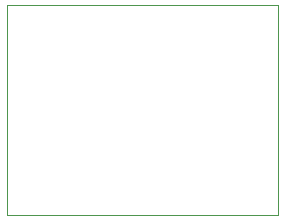
<source format=gbr>
%TF.GenerationSoftware,Altium Limited,Altium Designer,21.8.1 (53)*%
G04 Layer_Color=16711935*
%FSLAX26Y26*%
%MOIN*%
%TF.SameCoordinates,2531CBD8-4BF0-4D0B-A877-44D4BE5F07E3*%
%TF.FilePolarity,Positive*%
%TF.FileFunction,Keep-out,Top*%
%TF.Part,Single*%
G01*
G75*
%TA.AperFunction,NonConductor*%
%ADD29C,0.001968*%
D29*
X-452000Y352000D02*
X452000D01*
X-452000D02*
X452000D01*
X-452000Y-348000D02*
X452000D01*
X-452000D02*
X452000D01*
Y352000D01*
Y-348000D02*
Y352000D01*
X-452000Y-348000D02*
Y352000D01*
Y-348000D02*
Y352000D01*
%TF.MD5,8164a04258cc70c84c20c0e7191d8c25*%
M02*

</source>
